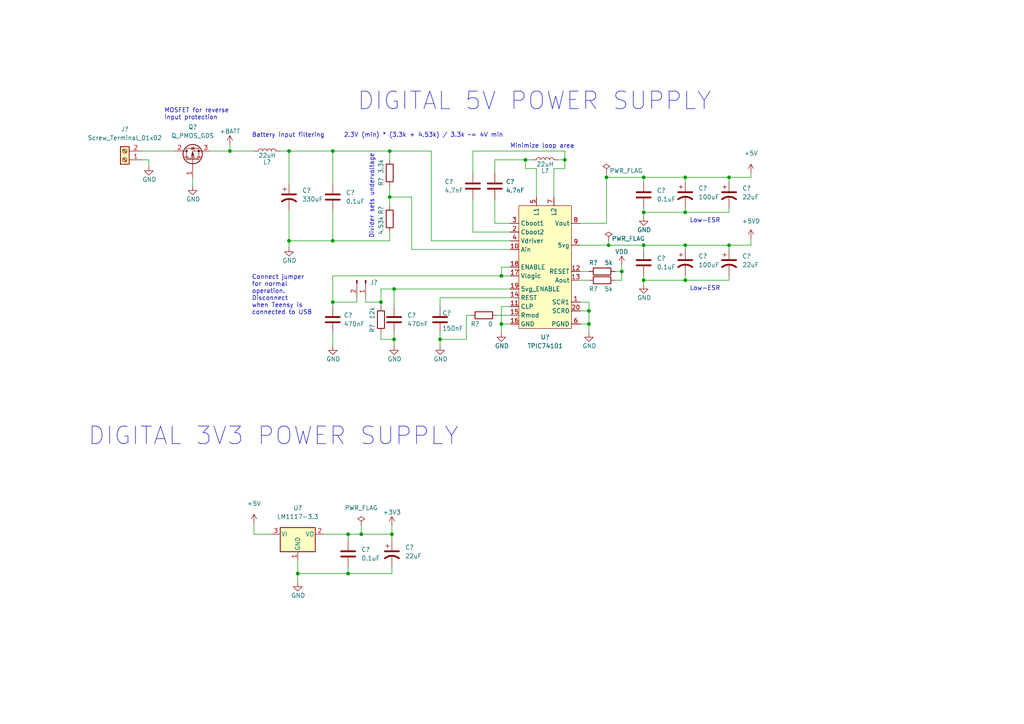
<source format=kicad_sch>
(kicad_sch (version 20211123) (generator eeschema)
  (paper "A4")
  (lib_symbols
    (symbol "Connector:Conn_01x02_Male" (pin_names (offset 1.016) hide)
      (property "Reference" "J" (at 0 2.54 0))
      (property "Value" "Conn_01x02_Male" (at 0 -5.08 0))
      (symbol "Conn_01x02_Male_1_1"
        (polyline (pts (xy 1.27 -2.54) (xy 0.8636 -2.54)) (stroke (width 0.1524)))
        (polyline (pts (xy 1.27 0) (xy 0.8636 0)) (stroke (width 0.1524)))
        (rectangle (start 0.8636 -2.413) (end 0 -2.667) (stroke (width 0.1524)) (fill (type outline)))
        (rectangle (start 0.8636 0.127) (end 0 -0.127) (stroke (width 0.1524)) (fill (type outline)))
        (pin passive line (at 5.08 0 180) (length 3.81) (name "Pin_1") (number "1"))
        (pin passive line (at 5.08 -2.54 180) (length 3.81) (name "Pin_2") (number "2"))
      )
    )
    (symbol "Connector:Screw_Terminal_01x02" (pin_names (offset 1.016) hide)
      (property "Reference" "J" (at 0 2.54 0))
      (property "Value" "Screw_Terminal_01x02" (at 0 -5.08 0))
      (symbol "Screw_Terminal_01x02_1_1"
        (rectangle (start -1.27 1.27) (end 1.27 -3.81) (stroke (width 0.254)) (fill (type background)))
        (circle (center 0 -2.54) (radius 0.635) (stroke (width 0.1524)))
        (polyline (pts (xy -0.5334 -2.2098) (xy 0.3302 -3.048)) (stroke (width 0.1524)))
        (polyline (pts (xy -0.5334 0.3302) (xy 0.3302 -0.508)) (stroke (width 0.1524)))
        (polyline (pts (xy -0.3556 -2.032) (xy 0.508 -2.8702)) (stroke (width 0.1524)))
        (polyline (pts (xy -0.3556 0.508) (xy 0.508 -0.3302)) (stroke (width 0.1524)))
        (circle (center 0 0) (radius 0.635) (stroke (width 0.1524)))
        (pin passive line (at -5.08 0 0) (length 3.81) (name "Pin_1") (number "1"))
        (pin passive line (at -5.08 -2.54 0) (length 3.81) (name "Pin_2") (number "2"))
      )
    )
    (symbol "Device:C" (pin_numbers hide) (pin_names (offset 0.254))
      (property "Reference" "C" (at 0.635 2.54 0))
      (property "Value" "C" (at 0.635 -2.54 0))
      (symbol "C_0_1"
        (polyline (pts (xy -2.032 -0.762) (xy 2.032 -0.762)) (stroke (width 0.508)))
        (polyline (pts (xy -2.032 0.762) (xy 2.032 0.762)) (stroke (width 0.508)))
      )
      (symbol "C_1_1"
        (pin passive line (at 0 3.81 270) (length 2.794) (name "~") (number "1"))
        (pin passive line (at 0 -3.81 90) (length 2.794) (name "~") (number "2"))
      )
    )
    (symbol "Device:C_Polarized_US" (pin_numbers hide) (pin_names (offset 0.254) hide)
      (property "Reference" "C" (at 0.635 2.54 0))
      (property "Value" "C_Polarized_US" (at 0.635 -2.54 0))
      (symbol "C_Polarized_US_0_1"
        (polyline (pts (xy -2.032 0.762) (xy 2.032 0.762)) (stroke (width 0.508)))
        (polyline (pts (xy -1.778 2.286) (xy -0.762 2.286)))
        (polyline (pts (xy -1.27 1.778) (xy -1.27 2.794)))
        (arc (start 2.032 -1.27) (mid 0 -0.5572) (end -2.032 -1.27) (stroke (width 0.508)))
      )
      (symbol "C_Polarized_US_1_1"
        (pin passive line (at 0 3.81 270) (length 2.794) (name "~") (number "1"))
        (pin passive line (at 0 -3.81 90) (length 3.302) (name "~") (number "2"))
      )
    )
    (symbol "Device:L" (pin_numbers hide) (pin_names (offset 1.016) hide)
      (property "Reference" "L" (at -1.27 0 90))
      (property "Value" "L" (at 1.905 0 90))
      (symbol "L_0_1"
        (arc (start 0 -2.54) (mid 0.635 -1.905) (end 0 -1.27))
        (arc (start 0 -1.27) (mid 0.635 -0.635) (end 0 0))
        (arc (start 0 0) (mid 0.635 0.635) (end 0 1.27))
        (arc (start 0 1.27) (mid 0.635 1.905) (end 0 2.54))
      )
      (symbol "L_1_1"
        (pin passive line (at 0 3.81 270) (length 1.27) (name "1") (number "1"))
        (pin passive line (at 0 -3.81 90) (length 1.27) (name "2") (number "2"))
      )
    )
    (symbol "Device:Q_PMOS_GDS" (pin_names (offset 0) hide)
      (property "Reference" "Q" (at 5.08 1.27 0))
      (property "Value" "Q_PMOS_GDS" (at 5.08 -1.27 0))
      (symbol "Q_PMOS_GDS_0_1"
        (polyline (pts (xy 0.254 0) (xy -2.54 0)))
        (polyline (pts (xy 0.254 1.905) (xy 0.254 -1.905)) (stroke (width 0.254)))
        (polyline (pts (xy 0.762 -1.27) (xy 0.762 -2.286)) (stroke (width 0.254)))
        (polyline (pts (xy 0.762 0.508) (xy 0.762 -0.508)) (stroke (width 0.254)))
        (polyline (pts (xy 0.762 2.286) (xy 0.762 1.27)) (stroke (width 0.254)))
        (polyline (pts (xy 2.54 2.54) (xy 2.54 1.778)))
        (polyline (pts (xy 2.54 -2.54) (xy 2.54 0) (xy 0.762 0)))
        (polyline (pts (xy 0.762 1.778) (xy 3.302 1.778) (xy 3.302 -1.778) (xy 0.762 -1.778)))
        (polyline (pts (xy 2.286 0) (xy 1.27 0.381) (xy 1.27 -0.381) (xy 2.286 0)) (fill (type outline)))
        (polyline (pts (xy 2.794 -0.508) (xy 2.921 -0.381) (xy 3.683 -0.381) (xy 3.81 -0.254)))
        (polyline (pts (xy 3.302 -0.381) (xy 2.921 0.254) (xy 3.683 0.254) (xy 3.302 -0.381)))
        (circle (center 1.651 0) (radius 2.794) (stroke (width 0.254)))
        (circle (center 2.54 -1.778) (radius 0.254) (fill (type outline)))
        (circle (center 2.54 1.778) (radius 0.254) (fill (type outline)))
      )
      (symbol "Q_PMOS_GDS_1_1"
        (pin input line (at -5.08 0 0) (length 2.54) (name "G") (number "1"))
        (pin passive line (at 2.54 5.08 270) (length 2.54) (name "D") (number "2"))
        (pin passive line (at 2.54 -5.08 90) (length 2.54) (name "S") (number "3"))
      )
    )
    (symbol "Device:R" (pin_numbers hide) (pin_names (offset 0))
      (property "Reference" "R" (at 2.032 0 90))
      (property "Value" "R" (at 0 0 90))
      (symbol "R_0_1"
        (rectangle (start -1.016 -2.54) (end 1.016 2.54) (stroke (width 0.254)))
      )
      (symbol "R_1_1"
        (pin passive line (at 0 3.81 270) (length 1.27) (name "~") (number "1"))
        (pin passive line (at 0 -3.81 90) (length 1.27) (name "~") (number "2"))
      )
    )
    (symbol "Regulator_Linear:LM1117-3.3" (pin_names (offset 0.254))
      (property "Reference" "U" (at -3.81 3.175 0))
      (property "Value" "LM1117-3.3" (at 0 3.175 0))
      (symbol "LM1117-3.3_0_1"
        (rectangle (start -5.08 -5.08) (end 5.08 1.905) (stroke (width 0.254)) (fill (type background)))
      )
      (symbol "LM1117-3.3_1_1"
        (pin power_in line (at 0 -7.62 90) (length 2.54) (name "GND") (number "1"))
        (pin power_out line (at 7.62 0 180) (length 2.54) (name "VO") (number "2"))
        (pin power_in line (at -7.62 0 0) (length 2.54) (name "VI") (number "3"))
      )
    )
    (symbol "power:+3V3" (power) (pin_names (offset 0))
      (property "Value" "+3V3" (at 0 3.556 0))
      (symbol "+3V3_0_1"
        (polyline (pts (xy -0.762 1.27) (xy 0 2.54)))
        (polyline (pts (xy 0 0) (xy 0 2.54)))
        (polyline (pts (xy 0 2.54) (xy 0.762 1.27)))
      )
      (symbol "+3V3_1_1"
        (pin power_in line (at 0 0 90) (length 0) hide (name "+3V3") (number "1"))
      )
    )
    (symbol "power:+5V" (power) (pin_names (offset 0))
      (property "Value" "+5V" (at 0 3.556 0))
      (symbol "+5V_0_1"
        (polyline (pts (xy -0.762 1.27) (xy 0 2.54)))
        (polyline (pts (xy 0 0) (xy 0 2.54)))
        (polyline (pts (xy 0 2.54) (xy 0.762 1.27)))
      )
      (symbol "+5V_1_1"
        (pin power_in line (at 0 0 90) (length 0) hide (name "+5V") (number "1"))
      )
    )
    (symbol "power:+5VD" (power) (pin_names (offset 0))
      (property "Value" "+5VD" (at 0 3.556 0))
      (symbol "+5VD_0_1"
        (polyline (pts (xy -0.762 1.27) (xy 0 2.54)))
        (polyline (pts (xy 0 0) (xy 0 2.54)))
        (polyline (pts (xy 0 2.54) (xy 0.762 1.27)))
      )
      (symbol "+5VD_1_1"
        (pin power_in line (at 0 0 90) (length 0) hide (name "+5VD") (number "1"))
      )
    )
    (symbol "power:+BATT" (power) (pin_names (offset 0))
      (property "Value" "+BATT" (at 0 3.556 0))
      (symbol "+BATT_0_1"
        (polyline (pts (xy -0.762 1.27) (xy 0 2.54)))
        (polyline (pts (xy 0 0) (xy 0 2.54)))
        (polyline (pts (xy 0 2.54) (xy 0.762 1.27)))
      )
      (symbol "+BATT_1_1"
        (pin power_in line (at 0 0 90) (length 0) hide (name "+BATT") (number "1"))
      )
    )
    (symbol "power:GND" (power) (pin_names (offset 0))
      (property "Value" "GND" (at 0 -3.81 0))
      (symbol "GND_0_1"
        (polyline (pts (xy 0 0) (xy 0 -1.27) (xy 1.27 -1.27) (xy 0 -2.54) (xy -1.27 -1.27) (xy 0 -1.27)))
      )
      (symbol "GND_1_1"
        (pin power_in line (at 0 0 270) (length 0) hide (name "GND") (number "1"))
      )
    )
    (symbol "power:PWR_FLAG" (power) (pin_numbers hide) (pin_names (offset 0) hide)
      (property "Value" "PWR_FLAG" (at 0 3.81 0))
      (symbol "PWR_FLAG_0_0"
        (pin power_out line (at 0 0 90) (length 0) (name "pwr") (number "1"))
      )
      (symbol "PWR_FLAG_0_1"
        (polyline (pts (xy 0 0) (xy 0 1.27) (xy -1.016 1.905) (xy 0 2.54) (xy 1.016 1.905) (xy 0 1.27)))
      )
    )
    (symbol "power:VDD" (power) (pin_names (offset 0))
      (property "Value" "VDD" (at 0 3.81 0))
      (symbol "VDD_0_1"
        (polyline (pts (xy -0.762 1.27) (xy 0 2.54)))
        (polyline (pts (xy 0 0) (xy 0 2.54)))
        (polyline (pts (xy 0 2.54) (xy 0.762 1.27)))
      )
      (symbol "VDD_1_1"
        (pin power_in line (at 0 0 90) (length 0) hide (name "VDD") (number "1"))
      )
    )
    (symbol "sym_library:TPIC74101"
      (property "Reference" "U?" (at 0 -21.59 0))
      (property "Value" "TPIC74101" (at 0 -19.05 0))
      (symbol "TPIC74101_0_1"
        (rectangle (start -7.62 17.78) (end 7.62 -17.78) (fill (type background)))
      )
      (symbol "TPIC74101_1_1"
        (pin input line (at 10.16 -10.16 180) (length 2.54) (name "SCR1") (number "1"))
        (pin input line (at -10.16 5.08 0) (length 2.54) (name "Ain") (number "10"))
        (pin bidirectional line (at -10.16 -11.43 0) (length 2.54) (name "CLP") (number "11"))
        (pin open_collector line (at 10.16 -1.27 180) (length 2.54) (name "RESET") (number "12"))
        (pin open_collector line (at 10.16 -3.81 180) (length 2.54) (name "Aout") (number "13"))
        (pin output line (at -10.16 -8.89 0) (length 2.54) (name "REST") (number "14"))
        (pin input line (at -10.16 -13.97 0) (length 2.54) (name "Rmod") (number "15"))
        (pin power_in line (at -10.16 -16.51 0) (length 2.54) (name "GND") (number "16"))
        (pin power_out line (at -10.16 -2.54 0) (length 2.54) (name "Vlogic") (number "17"))
        (pin input line (at -10.16 0 0) (length 2.54) (name "ENABLE") (number "18"))
        (pin input line (at -10.16 -6.35 0) (length 2.54) (name "5vg_ENABLE") (number "19"))
        (pin input line (at -10.16 10.16 0) (length 2.54) (name "Cboot2") (number "2"))
        (pin input line (at 10.16 -12.7 180) (length 2.54) (name "SCR0") (number "20"))
        (pin input line (at -10.16 12.7 0) (length 2.54) (name "Cboot1") (number "3"))
        (pin input line (at -10.16 7.62 0) (length 2.54) (name "Vdriver") (number "4"))
        (pin input line (at -2.54 20.32 270) (length 2.54) (name "L1") (number "5"))
        (pin power_out line (at 10.16 -16.51 180) (length 2.54) (name "PGND") (number "6"))
        (pin input line (at 2.54 20.32 270) (length 2.54) (name "L2") (number "7"))
        (pin power_out line (at 10.16 12.7 180) (length 2.54) (name "Vout") (number "8"))
        (pin power_out line (at 10.16 6.35 180) (length 2.54) (name "5vg") (number "9"))
      )
    )
  )
  (junction (at 86.36 166.37))
  (junction (at 83.82 69.85))
  (junction (at 186.69 61.595))
  (junction (at 113.03 43.815))
  (junction (at 127.635 98.425))
  (junction (at 198.755 71.12))
  (junction (at 96.52 87.63))
  (junction (at 113.665 154.94))
  (junction (at 113.03 57.15))
  (junction (at 163.83 46.355))
  (junction (at 66.675 43.815))
  (junction (at 186.69 51.435))
  (junction (at 100.965 166.37))
  (junction (at 198.755 81.28))
  (junction (at 145.415 93.98))
  (junction (at 96.52 69.85))
  (junction (at 186.69 81.28))
  (junction (at 170.815 93.98))
  (junction (at 175.895 51.435))
  (junction (at 114.3 83.82))
  (junction (at 83.82 43.815))
  (junction (at 180.34 78.74))
  (junction (at 211.455 71.12))
  (junction (at 114.3 98.425))
  (junction (at 176.53 71.12))
  (junction (at 152.4 46.355))
  (junction (at 96.52 43.815))
  (junction (at 186.69 71.12))
  (junction (at 110.49 87.63))
  (junction (at 145.415 80.01))
  (junction (at 104.775 154.94))
  (junction (at 211.455 51.435))
  (junction (at 170.815 90.17))
  (junction (at 100.965 154.94))
  (junction (at 198.755 61.595))
  (junction (at 198.755 51.435))
  (wire (pts (xy 106.045 87.63) (xy 110.49 87.63)))
  (wire (pts (xy 136.525 91.44) (xy 135.255 91.44)))
  (wire (pts (xy 113.03 69.85) (xy 113.03 67.31)))
  (wire (pts (xy 186.69 60.325) (xy 186.69 61.595)))
  (wire (pts (xy 217.805 50.165) (xy 217.805 51.435)))
  (wire (pts (xy 147.955 77.47) (xy 145.415 77.47)))
  (wire (pts (xy 143.51 50.165) (xy 143.51 46.355)))
  (wire (pts (xy 198.755 71.12) (xy 198.755 72.39)))
  (wire (pts (xy 113.665 166.37) (xy 100.965 166.37)))
  (wire (pts (xy 41.275 43.815) (xy 50.8 43.815)))
  (wire (pts (xy 145.415 77.47) (xy 145.415 80.01)))
  (wire (pts (xy 83.82 69.85) (xy 96.52 69.85)))
  (wire (pts (xy 145.415 80.01) (xy 147.955 80.01)))
  (wire (pts (xy 100.965 166.37) (xy 86.36 166.37)))
  (wire (pts (xy 170.815 87.63) (xy 170.815 90.17)))
  (wire (pts (xy 135.255 91.44) (xy 135.255 98.425)))
  (wire (pts (xy 127.635 86.36) (xy 127.635 88.9)))
  (wire (pts (xy 137.16 67.31) (xy 147.955 67.31)))
  (wire (pts (xy 160.655 57.15) (xy 160.655 48.895)))
  (wire (pts (xy 147.955 88.9) (xy 145.415 88.9)))
  (wire (pts (xy 143.51 57.785) (xy 143.51 64.77)))
  (wire (pts (xy 125.095 43.815) (xy 113.03 43.815)))
  (wire (pts (xy 137.16 43.815) (xy 163.83 43.815)))
  (wire (pts (xy 152.4 46.355) (xy 154.305 46.355)))
  (wire (pts (xy 178.435 81.28) (xy 180.34 81.28)))
  (wire (pts (xy 60.96 43.815) (xy 66.675 43.815)))
  (wire (pts (xy 96.52 88.9) (xy 96.52 87.63)))
  (wire (pts (xy 198.755 51.435) (xy 186.69 51.435)))
  (wire (pts (xy 114.3 83.82) (xy 147.955 83.82)))
  (wire (pts (xy 83.82 69.85) (xy 83.82 71.755)))
  (wire (pts (xy 176.53 71.12) (xy 186.69 71.12)))
  (wire (pts (xy 83.82 43.815) (xy 83.82 53.34)))
  (wire (pts (xy 104.775 154.94) (xy 100.965 154.94)))
  (wire (pts (xy 86.36 162.56) (xy 86.36 166.37)))
  (wire (pts (xy 186.69 71.12) (xy 186.69 72.39)))
  (wire (pts (xy 113.665 154.94) (xy 104.775 154.94)))
  (wire (pts (xy 211.455 52.705) (xy 211.455 51.435)))
  (wire (pts (xy 175.895 51.435) (xy 175.895 50.165)))
  (wire (pts (xy 168.275 64.77) (xy 175.895 64.77)))
  (wire (pts (xy 186.69 61.595) (xy 186.69 62.865)))
  (wire (pts (xy 186.69 81.28) (xy 186.69 82.55)))
  (wire (pts (xy 168.275 87.63) (xy 170.815 87.63)))
  (wire (pts (xy 93.98 154.94) (xy 100.965 154.94)))
  (wire (pts (xy 113.665 152.4) (xy 113.665 154.94)))
  (wire (pts (xy 198.755 60.325) (xy 198.755 61.595)))
  (wire (pts (xy 143.51 64.77) (xy 147.955 64.77)))
  (wire (pts (xy 96.52 69.85) (xy 113.03 69.85)))
  (wire (pts (xy 110.49 83.82) (xy 114.3 83.82)))
  (wire (pts (xy 96.52 80.01) (xy 145.415 80.01)))
  (wire (pts (xy 198.755 71.12) (xy 211.455 71.12)))
  (wire (pts (xy 168.275 71.12) (xy 176.53 71.12)))
  (wire (pts (xy 110.49 98.425) (xy 114.3 98.425)))
  (wire (pts (xy 135.255 98.425) (xy 127.635 98.425)))
  (wire (pts (xy 155.575 48.895) (xy 152.4 48.895)))
  (wire (pts (xy 145.415 88.9) (xy 145.415 93.98)))
  (wire (pts (xy 106.045 86.36) (xy 106.045 87.63)))
  (wire (pts (xy 170.815 93.98) (xy 170.815 96.52)))
  (wire (pts (xy 103.505 87.63) (xy 96.52 87.63)))
  (wire (pts (xy 113.03 57.15) (xy 113.03 59.69)))
  (wire (pts (xy 168.275 81.28) (xy 170.815 81.28)))
  (wire (pts (xy 55.88 51.435) (xy 55.88 53.975)))
  (wire (pts (xy 125.095 69.85) (xy 125.095 43.815)))
  (wire (pts (xy 137.16 50.165) (xy 137.16 43.815)))
  (wire (pts (xy 73.66 154.94) (xy 78.74 154.94)))
  (wire (pts (xy 175.895 64.77) (xy 175.895 51.435)))
  (wire (pts (xy 211.455 80.01) (xy 211.455 81.28)))
  (wire (pts (xy 170.815 90.17) (xy 170.815 93.98)))
  (wire (pts (xy 198.755 80.01) (xy 198.755 81.28)))
  (wire (pts (xy 180.34 76.835) (xy 180.34 78.74)))
  (wire (pts (xy 100.965 154.94) (xy 100.965 156.845)))
  (wire (pts (xy 217.805 51.435) (xy 211.455 51.435)))
  (wire (pts (xy 144.145 91.44) (xy 147.955 91.44)))
  (wire (pts (xy 143.51 46.355) (xy 152.4 46.355)))
  (wire (pts (xy 198.755 81.28) (xy 186.69 81.28)))
  (wire (pts (xy 163.83 48.895) (xy 163.83 46.355)))
  (wire (pts (xy 168.275 90.17) (xy 170.815 90.17)))
  (wire (pts (xy 147.955 69.85) (xy 125.095 69.85)))
  (wire (pts (xy 96.52 87.63) (xy 96.52 80.01)))
  (wire (pts (xy 96.52 43.815) (xy 83.82 43.815)))
  (wire (pts (xy 186.69 80.01) (xy 186.69 81.28)))
  (wire (pts (xy 113.665 164.465) (xy 113.665 166.37)))
  (wire (pts (xy 96.52 53.34) (xy 96.52 43.815)))
  (wire (pts (xy 100.965 164.465) (xy 100.965 166.37)))
  (wire (pts (xy 211.455 71.12) (xy 217.805 71.12)))
  (wire (pts (xy 198.755 51.435) (xy 211.455 51.435)))
  (wire (pts (xy 127.635 96.52) (xy 127.635 98.425)))
  (wire (pts (xy 114.3 96.52) (xy 114.3 98.425)))
  (wire (pts (xy 186.69 52.705) (xy 186.69 51.435)))
  (wire (pts (xy 211.455 61.595) (xy 198.755 61.595)))
  (wire (pts (xy 104.775 152.4) (xy 104.775 154.94)))
  (wire (pts (xy 114.3 83.82) (xy 114.3 88.9)))
  (wire (pts (xy 211.455 60.325) (xy 211.455 61.595)))
  (wire (pts (xy 137.16 57.785) (xy 137.16 67.31)))
  (wire (pts (xy 127.635 98.425) (xy 127.635 100.33)))
  (wire (pts (xy 66.675 41.91) (xy 66.675 43.815)))
  (wire (pts (xy 96.52 60.96) (xy 96.52 69.85)))
  (wire (pts (xy 103.505 86.36) (xy 103.505 87.63)))
  (wire (pts (xy 147.955 72.39) (xy 119.38 72.39)))
  (wire (pts (xy 113.03 43.815) (xy 113.03 46.355)))
  (wire (pts (xy 83.82 60.96) (xy 83.82 69.85)))
  (wire (pts (xy 113.665 156.845) (xy 113.665 154.94)))
  (wire (pts (xy 152.4 48.895) (xy 152.4 46.355)))
  (wire (pts (xy 110.49 87.63) (xy 110.49 83.82)))
  (wire (pts (xy 110.49 88.9) (xy 110.49 87.63)))
  (wire (pts (xy 66.675 43.815) (xy 73.66 43.815)))
  (wire (pts (xy 217.805 69.215) (xy 217.805 71.12)))
  (wire (pts (xy 114.3 98.425) (xy 114.3 100.33)))
  (wire (pts (xy 186.69 51.435) (xy 175.895 51.435)))
  (wire (pts (xy 86.36 166.37) (xy 86.36 168.91)))
  (wire (pts (xy 211.455 71.12) (xy 211.455 72.39)))
  (wire (pts (xy 73.66 151.765) (xy 73.66 154.94)))
  (wire (pts (xy 180.34 81.28) (xy 180.34 78.74)))
  (wire (pts (xy 119.38 72.39) (xy 119.38 57.15)))
  (wire (pts (xy 198.755 61.595) (xy 186.69 61.595)))
  (wire (pts (xy 145.415 93.98) (xy 145.415 96.52)))
  (wire (pts (xy 168.275 93.98) (xy 170.815 93.98)))
  (wire (pts (xy 147.955 86.36) (xy 127.635 86.36)))
  (wire (pts (xy 155.575 57.15) (xy 155.575 48.895)))
  (wire (pts (xy 81.28 43.815) (xy 83.82 43.815)))
  (wire (pts (xy 163.83 46.355) (xy 161.925 46.355)))
  (wire (pts (xy 110.49 96.52) (xy 110.49 98.425)))
  (wire (pts (xy 41.275 46.355) (xy 43.18 46.355)))
  (wire (pts (xy 211.455 81.28) (xy 198.755 81.28)))
  (wire (pts (xy 119.38 57.15) (xy 113.03 57.15)))
  (wire (pts (xy 145.415 93.98) (xy 147.955 93.98)))
  (wire (pts (xy 163.83 43.815) (xy 163.83 46.355)))
  (wire (pts (xy 198.755 52.705) (xy 198.755 51.435)))
  (wire (pts (xy 180.34 78.74) (xy 178.435 78.74)))
  (wire (pts (xy 43.18 46.355) (xy 43.18 48.26)))
  (wire (pts (xy 176.53 69.85) (xy 176.53 71.12)))
  (wire (pts (xy 113.03 43.815) (xy 96.52 43.815)))
  (wire (pts (xy 168.275 78.74) (xy 170.815 78.74)))
  (wire (pts (xy 96.52 96.52) (xy 96.52 100.33)))
  (wire (pts (xy 160.655 48.895) (xy 163.83 48.895)))
  (wire (pts (xy 186.69 71.12) (xy 198.755 71.12)))
  (wire (pts (xy 113.03 53.975) (xy 113.03 57.15)))
  (text "DIGITAL 3V3 POWER SUPPLY" (at 25.4 129.54 0) (effects (font (size 5.08 5.08)) (justify left bottom)))
  (text "Minimize loop area" (at 147.955 43.18 0) (effects (font (size 1.27 1.27)) (justify left bottom)))
  (text "Low-ESR" (at 200.025 64.77 0) (effects (font (size 1.27 1.27)) (justify left bottom)))
  (text "2.3V (min) * (3.3k + 4.53k) / 3.3k ~= 4V min" (at 99.695 40.005 0) (effects (font (size 1.27 1.27)) (justify left bottom)))
  (text "MOSFET for reverse\ninput protection" (at 47.625 34.925 0) (effects (font (size 1.27 1.27)) (justify left bottom)))
  (text "DIGITAL 5V POWER SUPPLY" (at 103.505 32.385 0) (effects (font (size 5.08 5.08)) (justify left bottom)))
  (text "Low-ESR" (at 200.025 84.455 0) (effects (font (size 1.27 1.27)) (justify left bottom)))
  (text "Divider sets undervoltage" (at 108.585 69.215 90) (effects (font (size 1.27 1.27)) (justify left bottom)))
  (text "Connect jumper\nfor normal \noperation.\nDisconnect\nwhen Teensy is\nconnected to USB" (at 73.025 91.44 0) (effects (font (size 1.27 1.27)) (justify left bottom)))
  (text "Battery input filtering" (at 73.025 40.005 0) (effects (font (size 1.27 1.27)) (justify left bottom)))
  (symbol (lib_id "Device:C") (at 186.69 56.515 0) (unit 1)
    (property "Reference" "C?" (at 190.5 55.2449 0) (effects (justify left)))
    (property "Value" "0.1uF" (at 190.5 57.7849 0) (effects (justify left)))
  )
  (symbol (lib_id "Device:C_Polarized_US") (at 83.82 57.15 0) (unit 1)
    (property "Reference" "C?" (at 87.63 55.2449 0) (effects (justify left)))
    (property "Value" "330uF" (at 87.63 57.7849 0) (effects (justify left)))
  )
  (symbol (lib_id "Device:Q_PMOS_GDS") (at 55.88 46.355 90) (unit 1)
    (property "Reference" "Q?" (at 55.88 36.83 90))
    (property "Value" "Q_PMOS_GDS" (at 55.88 39.37 90))
  )
  (symbol (lib_id "power:+3V3") (at 113.665 152.4 0) (unit 1)
    (property "Reference" "#PWR?" (effects hide))
    (property "Value" "+3V3" (at 113.665 148.59 0))
  )
  (symbol (lib_id "sym_library:TPIC74101") (at 158.115 77.47 0) (unit 1)
    (property "Reference" "U?" (at 158.115 97.79 0))
    (property "Value" "TPIC74101" (at 158.115 100.33 0))
  )
  (symbol (lib_id "Device:C") (at 96.52 57.15 0) (unit 1)
    (property "Reference" "C?" (at 100.33 55.8799 0) (effects (justify left)))
    (property "Value" "0.1uF" (at 100.33 58.4199 0) (effects (justify left)))
  )
  (symbol (lib_id "power:+5VD") (at 217.805 69.215 0) (unit 1)
    (property "Reference" "#PWR?" (effects hide))
    (property "Value" "+5VD" (at 217.805 64.135 0))
  )
  (symbol (lib_id "Device:C") (at 96.52 92.71 0) (mirror y) (unit 1)
    (property "Reference" "C?" (at 99.695 91.4399 0) (effects (justify right)))
    (property "Value" "470nF" (at 99.695 93.9799 0) (effects (justify right)))
  )
  (symbol (lib_id "power:GND") (at 170.815 96.52 0) (unit 1)
    (property "Reference" "#PWR?" (effects hide))
    (property "Value" "GND" (at 168.91 100.33 0) (effects (justify left)))
  )
  (symbol (lib_id "power:GND") (at 83.82 71.755 0) (unit 1)
    (property "Reference" "#PWR?" (effects hide))
    (property "Value" "GND" (at 81.915 75.565 0) (effects (justify left)))
  )
  (symbol (lib_id "Device:C") (at 100.965 160.655 0) (unit 1)
    (property "Reference" "C?" (at 104.775 159.3849 0) (effects (justify left)))
    (property "Value" "0.1uF" (at 104.775 161.9249 0) (effects (justify left)))
  )
  (symbol (lib_id "Connector:Screw_Terminal_01x02") (at 36.195 46.355 180) (unit 1)
    (property "Reference" "J?" (at 36.195 37.465 0))
    (property "Value" "Screw_Terminal_01x02" (at 36.195 40.005 0))
  )
  (symbol (lib_id "Device:L") (at 158.115 46.355 90) (unit 1)
    (property "Reference" "L?" (at 158.115 49.53 90))
    (property "Value" "22uH" (at 158.115 47.625 90))
  )
  (symbol (lib_id "Device:R") (at 113.03 50.165 0) (mirror x) (unit 1)
    (property "Reference" "R?" (at 110.49 52.705 90))
    (property "Value" "3.3k" (at 110.49 48.26 90))
  )
  (symbol (lib_id "power:GND") (at 55.88 53.975 0) (unit 1)
    (property "Reference" "#PWR?" (effects hide))
    (property "Value" "GND" (at 53.975 57.785 0) (effects (justify left)))
  )
  (symbol (lib_id "power:GND") (at 186.69 62.865 0) (unit 1)
    (property "Reference" "#PWR?" (effects hide))
    (property "Value" "GND" (at 184.785 66.675 0) (effects (justify left)))
  )
  (symbol (lib_id "Device:C_Polarized_US") (at 198.755 56.515 0) (unit 1)
    (property "Reference" "C?" (at 202.565 54.6099 0) (effects (justify left)))
    (property "Value" "100uF" (at 202.565 57.1499 0) (effects (justify left)))
  )
  (symbol (lib_id "Device:L") (at 77.47 43.815 90) (unit 1)
    (property "Reference" "L?" (at 77.47 46.99 90))
    (property "Value" "22uH" (at 77.47 45.085 90))
  )
  (symbol (lib_id "power:+5V") (at 73.66 151.765 0) (unit 1)
    (property "Reference" "#PWR?" (effects hide))
    (property "Value" "+5V" (at 73.66 146.05 0))
  )
  (symbol (lib_id "power:+BATT") (at 66.675 41.91 0) (unit 1)
    (property "Reference" "#PWR?" (effects hide))
    (property "Value" "+BATT" (at 66.675 38.1 0))
  )
  (symbol (lib_id "Regulator_Linear:LM1117-3.3") (at 86.36 154.94 0) (unit 1)
    (property "Reference" "U?" (at 86.36 147.32 0))
    (property "Value" "LM1117-3.3" (at 86.36 149.86 0))
    (property "Datasheet" "http://www.ti.com/lit/ds/symlink/lm1117.pdf" (effects hide))
  )
  (symbol (lib_id "Device:C_Polarized_US") (at 211.455 56.515 0) (unit 1)
    (property "Reference" "C?" (at 215.265 54.6099 0) (effects (justify left)))
    (property "Value" "22uF" (at 215.265 57.1499 0) (effects (justify left)))
  )
  (symbol (lib_id "power:GND") (at 145.415 96.52 0) (unit 1)
    (property "Reference" "#PWR?" (effects hide))
    (property "Value" "GND" (at 143.51 100.33 0) (effects (justify left)))
  )
  (symbol (lib_id "power:GND") (at 86.36 168.91 0) (unit 1)
    (property "Reference" "#PWR?" (effects hide))
    (property "Value" "GND" (at 84.455 172.72 0) (effects (justify left)))
  )
  (symbol (lib_id "power:GND") (at 127.635 100.33 0) (unit 1)
    (property "Reference" "#PWR?" (effects hide))
    (property "Value" "GND" (at 125.73 104.14 0) (effects (justify left)))
  )
  (symbol (lib_id "Device:C") (at 137.16 53.975 0) (mirror y) (unit 1)
    (property "Reference" "C?" (at 128.905 52.705 0) (effects (justify right)))
    (property "Value" "4.7nF" (at 128.905 55.245 0) (effects (justify right)))
  )
  (symbol (lib_id "Device:C") (at 114.3 92.71 0) (unit 1)
    (property "Reference" "C?" (at 118.11 91.4399 0) (effects (justify left)))
    (property "Value" "470nF" (at 118.11 93.9799 0) (effects (justify left)))
  )
  (symbol (lib_id "Device:R") (at 110.49 92.71 0) (mirror x) (unit 1)
    (property "Reference" "R?" (at 107.95 95.25 90))
    (property "Value" "12k" (at 107.95 90.805 90))
  )
  (symbol (lib_id "Device:R") (at 140.335 91.44 90) (unit 1)
    (property "Reference" "R?" (at 137.795 93.98 90))
    (property "Value" "0" (at 142.24 93.98 90))
  )
  (symbol (lib_id "power:GND") (at 186.69 82.55 0) (unit 1)
    (property "Reference" "#PWR?" (effects hide))
    (property "Value" "GND" (at 184.785 86.36 0) (effects (justify left)))
  )
  (symbol (lib_id "power:GND") (at 114.3 100.33 0) (unit 1)
    (property "Reference" "#PWR?" (effects hide))
    (property "Value" "GND" (at 112.395 104.14 0) (effects (justify left)))
  )
  (symbol (lib_id "Device:R") (at 113.03 63.5 0) (unit 1)
    (property "Reference" "R?" (at 110.49 60.96 90))
    (property "Value" "4.53k" (at 110.49 65.405 90))
  )
  (symbol (lib_id "Device:C") (at 186.69 76.2 0) (unit 1)
    (property "Reference" "C?" (at 190.5 74.9299 0) (effects (justify left)))
    (property "Value" "0.1uF" (at 190.5 77.4699 0) (effects (justify left)))
  )
  (symbol (lib_id "Device:C") (at 127.635 92.71 0) (unit 1)
    (property "Reference" "C?" (at 128.27 90.805 0) (effects (justify left)))
    (property "Value" "150nF" (at 128.27 95.25 0) (effects (justify left)))
  )
  (symbol (lib_id "power:VDD") (at 180.34 76.835 0) (mirror y) (unit 1)
    (property "Reference" "#PWR?" (effects hide))
    (property "Value" "VDD" (at 182.245 73.025 0) (effects (justify left)))
  )
  (symbol (lib_id "Device:R") (at 174.625 78.74 90) (mirror x) (unit 1)
    (property "Reference" "R?" (at 172.085 76.2 90))
    (property "Value" "5k" (at 176.53 76.2 90))
  )
  (symbol (lib_id "power:+5V") (at 217.805 50.165 0) (unit 1)
    (property "Reference" "#PWR?" (effects hide))
    (property "Value" "+5V" (at 217.805 44.45 0))
  )
  (symbol (lib_id "Device:C_Polarized_US") (at 113.665 160.655 0) (unit 1)
    (property "Reference" "C?" (at 117.475 158.7499 0) (effects (justify left)))
    (property "Value" "22uF" (at 117.475 161.2899 0) (effects (justify left)))
  )
  (symbol (lib_id "Device:C_Polarized_US") (at 198.755 76.2 0) (unit 1)
    (property "Reference" "C?" (at 202.565 74.2949 0) (effects (justify left)))
    (property "Value" "100uF" (at 202.565 76.8349 0) (effects (justify left)))
  )
  (symbol (lib_id "power:PWR_FLAG") (at 104.775 152.4 0) (unit 1)
    (property "Reference" "#FLG?" (effects hide))
    (property "Value" "PWR_FLAG" (at 104.775 147.32 0))
  )
  (symbol (lib_id "Device:R") (at 174.625 81.28 90) (unit 1)
    (property "Reference" "R?" (at 172.085 83.82 90))
    (property "Value" "5k" (at 176.53 83.82 90))
  )
  (symbol (lib_id "power:PWR_FLAG") (at 176.53 69.85 0) (unit 1)
    (property "Reference" "#FLG?" (effects hide))
    (property "Value" "PWR_FLAG" (at 182.245 69.215 0))
  )
  (symbol (lib_id "power:PWR_FLAG") (at 175.895 50.165 0) (unit 1)
    (property "Reference" "#FLG?" (effects hide))
    (property "Value" "PWR_FLAG" (at 181.61 49.53 0))
  )
  (symbol (lib_id "Device:C") (at 143.51 53.975 0) (unit 1)
    (property "Reference" "C?" (at 146.685 52.7049 0) (effects (justify left)))
    (property "Value" "4.7nF" (at 146.685 55.2449 0) (effects (justify left)))
  )
  (symbol (lib_id "Device:C_Polarized_US") (at 211.455 76.2 0) (unit 1)
    (property "Reference" "C?" (at 215.265 74.2949 0) (effects (justify left)))
    (property "Value" "22uF" (at 215.265 76.8349 0) (effects (justify left)))
  )
  (symbol (lib_id "power:GND") (at 43.18 48.26 0) (unit 1)
    (property "Reference" "#PWR?" (effects hide))
    (property "Value" "GND" (at 41.275 52.07 0) (effects (justify left)))
  )
  (symbol (lib_id "Connector:Conn_01x02_Male") (at 106.045 81.28 270) (unit 1)
    (property "Reference" "J?" (at 107.315 81.9149 90) (effects (justify left)))
    (property "Value" "Conn_01x02_Male" (effects hide))
  )
  (symbol (lib_id "power:GND") (at 96.52 100.33 0) (unit 1)
    (property "Reference" "#PWR?" (effects hide))
    (property "Value" "GND" (at 94.615 104.14 0) (effects (justify left)))
  )
)
</source>
